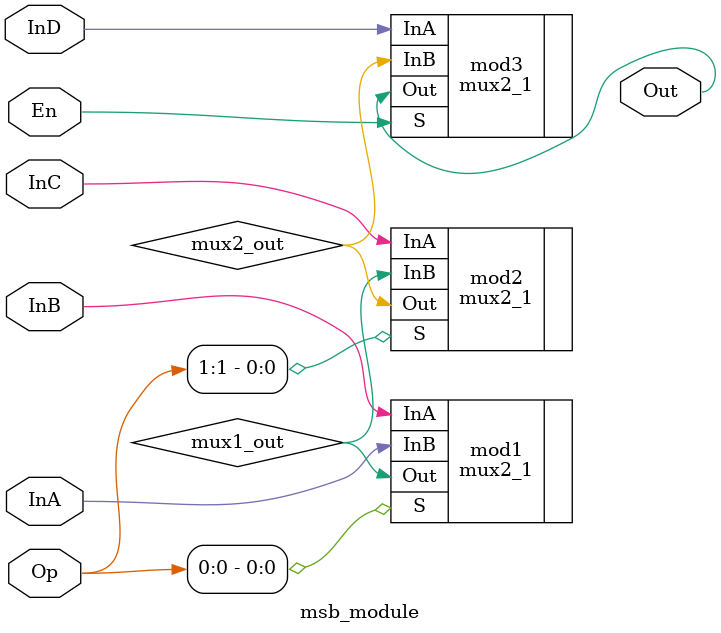
<source format=v>
/*  Author: Xuyi Ruan & Yudong Sun
 *  Description: MSB module for shifter
 *  Module: mux2_1.v
 */

module msb_module(Out, InA, InB, InC, InD, En, Op);
    input InA, InB, InC, InD, En;
    input [1:0] Op;
    output Out;
    wire mux1_out, mux2_out;

    mux2_1 mod1(.InA(InB), .InB(InA), .S(Op[0]), .Out(mux1_out));
    mux2_1 mod2(.InA(InC), .InB(mux1_out), .S(Op[1]), .Out(mux2_out));
    mux2_1 mod3(.InA(InD), .InB(mux2_out), .S(En), .Out(Out));

endmodule

</source>
